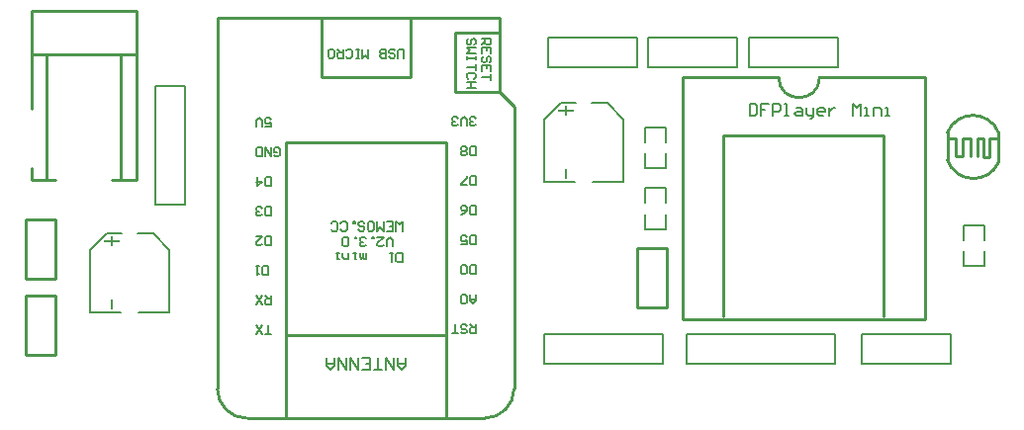
<source format=gto>
G04*
G04 #@! TF.GenerationSoftware,Altium Limited,Altium Designer,21.7.2 (23)*
G04*
G04 Layer_Color=65535*
%FSLAX25Y25*%
%MOIN*%
G70*
G04*
G04 #@! TF.SameCoordinates,6DFCDF27-08A9-4E5E-AB17-D276871F0FC1*
G04*
G04*
G04 #@! TF.FilePolarity,Positive*
G04*
G01*
G75*
%ADD10C,0.01000*%
%ADD11C,0.00600*%
%ADD12C,0.00800*%
%ADD13C,0.00799*%
G36*
X57413Y35287D02*
X56634D01*
Y38405D01*
X57413D01*
Y35287D01*
D02*
G37*
G36*
Y58543D02*
X59622D01*
Y57764D01*
X57413D01*
Y56595D01*
X56634D01*
Y57764D01*
X54425D01*
Y58543D01*
X56634D01*
Y59713D01*
X57413D01*
Y58543D01*
D02*
G37*
G36*
X210413Y102543D02*
X212622D01*
Y101764D01*
X210413D01*
Y100594D01*
X209634D01*
Y101764D01*
X207425D01*
Y102543D01*
X209634D01*
Y103713D01*
X210413D01*
Y102543D01*
D02*
G37*
G36*
Y79287D02*
X209634D01*
Y82406D01*
X210413D01*
Y79287D01*
D02*
G37*
D10*
X281610Y113500D02*
G03*
X295390Y113500I6890J0D01*
G01*
X182500Y-1500D02*
G03*
X192500Y8500I0J10000D01*
G01*
X92500D02*
G03*
X102500Y-1500I10000J-0D01*
G01*
X355770Y94723D02*
G03*
X338440Y94723I-8665J-3390D01*
G01*
Y85673D02*
G03*
X355770Y84883I8820J3008D01*
G01*
X234000Y36000D02*
Y56000D01*
X244000D01*
Y36000D02*
Y56000D01*
X234000Y36000D02*
X244000D01*
X28000Y40000D02*
X38000D01*
Y20000D02*
Y40000D01*
X28000Y20000D02*
Y40000D01*
Y20000D02*
X38000D01*
X28000Y65500D02*
X38000D01*
Y45500D02*
Y65500D01*
X28000Y45500D02*
Y65500D01*
Y45500D02*
X38000D01*
X295390Y113500D02*
X330823D01*
Y31807D02*
Y113500D01*
X249130Y31807D02*
X330823D01*
X249130D02*
Y113500D01*
X281610D01*
X262910Y32791D02*
Y93815D01*
X317043D01*
Y32791D02*
Y93815D01*
X169500Y-1500D02*
Y26500D01*
X115500Y-1500D02*
Y26500D01*
X102500Y-1500D02*
X182500D01*
X115500Y26500D02*
X169500D01*
X192500Y8680D02*
Y103680D01*
X169500Y26500D02*
Y91500D01*
X187500Y108500D02*
Y128500D01*
Y108680D02*
X192500Y103680D01*
X187500Y108680D02*
Y133680D01*
X172500Y128500D02*
X187500D01*
X172500Y108500D02*
X187500D01*
X172500D02*
Y128500D01*
X115500Y26500D02*
Y91500D01*
X169500D01*
X92500Y8680D02*
Y133680D01*
X157500Y113500D02*
Y133500D01*
X127500Y113500D02*
X157500D01*
X127500Y133500D02*
X157500D01*
X92500Y133680D02*
X187500D01*
X127500Y113500D02*
Y133500D01*
X348681Y92756D02*
X350650D01*
X352618D02*
X355768D01*
X346319Y86851D02*
Y92756D01*
X348681Y86851D02*
Y92756D01*
X355768Y84882D02*
Y94725D01*
X352618Y86457D02*
Y92756D01*
X350650Y86457D02*
Y92756D01*
Y86457D02*
X352618D01*
X343563Y92756D02*
X346319D01*
X341201Y86851D02*
X343563D01*
X338445Y92756D02*
X341201D01*
Y86851D02*
Y92756D01*
X338445Y85669D02*
Y94725D01*
X343563Y86851D02*
Y92756D01*
X57045Y79029D02*
X65217D01*
X34902D02*
Y120840D01*
X65217Y79029D02*
Y135723D01*
X60098Y79029D02*
Y120840D01*
X29784Y135723D02*
X65217Y135723D01*
X29784Y121155D02*
X65217D01*
X29784Y102710D02*
Y135723D01*
Y79029D02*
X37955D01*
X29784D02*
Y82910D01*
D11*
X351021Y58641D02*
Y63700D01*
X343800D02*
X351021D01*
X343800Y58641D02*
Y63700D01*
X351021Y49833D02*
Y54892D01*
X343800Y49833D02*
X351021D01*
X343800D02*
Y54892D01*
X236479Y62300D02*
Y67359D01*
Y62300D02*
X243700D01*
Y67359D01*
X236479Y71108D02*
Y76167D01*
X243700D01*
Y71108D02*
Y76167D01*
X236479Y82800D02*
Y87859D01*
Y82800D02*
X243700D01*
Y87859D01*
X236479Y91608D02*
Y96667D01*
X243700D01*
Y91608D02*
Y96667D01*
X218700Y104792D02*
X223795D01*
X229292Y99295D01*
Y78208D02*
Y99295D01*
X218786Y78234D02*
X229292Y78208D01*
X208200Y104790D02*
X213300Y104737D01*
X202710Y99300D02*
X208200Y104790D01*
X202710Y78210D02*
Y99300D01*
Y78210D02*
X213089Y78289D01*
X65700Y60792D02*
X70795D01*
X76292Y55295D01*
Y34208D02*
Y55295D01*
X65786Y34234D02*
X76292Y34208D01*
X55200Y60790D02*
X60300Y60737D01*
X49710Y55300D02*
X55200Y60790D01*
X49710Y34210D02*
Y55300D01*
Y34210D02*
X60089Y34289D01*
X154900Y51143D02*
Y54343D01*
X153300D01*
X152767Y53809D01*
Y51677D01*
X153300Y51143D01*
X154900D01*
X151701Y54343D02*
X150635D01*
X151168D01*
Y51143D01*
X151701Y51677D01*
X142637Y54343D02*
Y52210D01*
X142104D01*
X141571Y52743D01*
Y54343D01*
Y52743D01*
X141038Y52210D01*
X140505Y52743D01*
Y54343D01*
X139438D02*
X138372D01*
X138905D01*
Y52210D01*
X139438D01*
X136773Y54343D02*
Y52210D01*
X135173D01*
X134640Y52743D01*
Y54343D01*
X133574D02*
X132507D01*
X133040D01*
Y52210D01*
X133574D01*
X151701Y56422D02*
Y58555D01*
X150635Y59621D01*
X149568Y58555D01*
Y56422D01*
X146369Y59621D02*
X148502D01*
X146369Y57489D01*
Y56955D01*
X146903Y56422D01*
X147969D01*
X148502Y56955D01*
X145303Y59621D02*
Y59088D01*
X144770D01*
Y59621D01*
X145303D01*
X142637Y56955D02*
X142104Y56422D01*
X141038D01*
X140505Y56955D01*
Y57489D01*
X141038Y58022D01*
X141571D01*
X141038D01*
X140505Y58555D01*
Y59088D01*
X141038Y59621D01*
X142104D01*
X142637Y59088D01*
X139438Y59621D02*
Y59088D01*
X138905D01*
Y59621D01*
X139438D01*
X136773Y56955D02*
X136239Y56422D01*
X135173D01*
X134640Y56955D01*
Y59088D01*
X135173Y59621D01*
X136239D01*
X136773Y59088D01*
Y56955D01*
X154900Y61701D02*
Y64900D01*
X153834Y63834D01*
X152767Y64900D01*
Y61701D01*
X149568D02*
X151701D01*
Y64900D01*
X149568D01*
X151701Y63301D02*
X150635D01*
X148502Y64900D02*
Y61701D01*
X147436Y62767D01*
X146369Y61701D01*
Y64900D01*
X143704Y61701D02*
X144770D01*
X145303Y62234D01*
Y64367D01*
X144770Y64900D01*
X143704D01*
X143170Y64367D01*
Y62234D01*
X143704Y61701D01*
X139971Y62234D02*
X140505Y61701D01*
X141571D01*
X142104Y62234D01*
Y62767D01*
X141571Y63301D01*
X140505D01*
X139971Y63834D01*
Y64367D01*
X140505Y64900D01*
X141571D01*
X142104Y64367D01*
X138905Y64900D02*
Y64367D01*
X138372D01*
Y64900D01*
X138905D01*
X134107Y62234D02*
X134640Y61701D01*
X135706D01*
X136239Y62234D01*
Y64367D01*
X135706Y64900D01*
X134640D01*
X134107Y64367D01*
X130908Y62234D02*
X131441Y61701D01*
X132507D01*
X133040Y62234D01*
Y64367D01*
X132507Y64900D01*
X131441D01*
X130908Y64367D01*
X181639Y126400D02*
X184638D01*
Y124900D01*
X184138Y124401D01*
X183138D01*
X182639Y124900D01*
Y126400D01*
Y125400D02*
X181639Y124401D01*
X184638Y121402D02*
Y123401D01*
X181639D01*
Y121402D01*
X183138Y123401D02*
Y122401D01*
X184138Y118403D02*
X184638Y118902D01*
Y119902D01*
X184138Y120402D01*
X183638D01*
X183138Y119902D01*
Y118902D01*
X182639Y118403D01*
X182139D01*
X181639Y118902D01*
Y119902D01*
X182139Y120402D01*
X184638Y115404D02*
Y117403D01*
X181639D01*
Y115404D01*
X183138Y117403D02*
Y116403D01*
X184638Y114404D02*
Y112405D01*
Y113404D01*
X181639D01*
X179099Y124401D02*
X179599Y124900D01*
Y125900D01*
X179099Y126400D01*
X178599D01*
X178100Y125900D01*
Y124900D01*
X177600Y124401D01*
X177100D01*
X176600Y124900D01*
Y125900D01*
X177100Y126400D01*
X179599Y123401D02*
X176600D01*
X177600Y122401D01*
X176600Y121402D01*
X179599D01*
Y120402D02*
Y119402D01*
Y119902D01*
X176600D01*
Y120402D01*
Y119402D01*
X179599Y117903D02*
Y115903D01*
Y116903D01*
X176600D01*
X179099Y112904D02*
X179599Y113404D01*
Y114404D01*
X179099Y114904D01*
X177100D01*
X176600Y114404D01*
Y113404D01*
X177100Y112904D01*
X179599Y111905D02*
X176600D01*
X178100D01*
Y109905D01*
X179599D01*
X176600D01*
X155900Y18900D02*
Y16234D01*
X154567Y14901D01*
X153234Y16234D01*
Y18900D01*
Y16901D01*
X155900D01*
X151901Y18900D02*
Y14901D01*
X149235Y18900D01*
Y14901D01*
X147903D02*
X145237D01*
X146570D01*
Y18900D01*
X141238Y14901D02*
X143904D01*
Y18900D01*
X141238D01*
X143904Y16901D02*
X142571D01*
X139905Y18900D02*
Y14901D01*
X137239Y18900D01*
Y14901D01*
X135906Y18900D02*
Y14901D01*
X133241Y18900D01*
Y14901D01*
X131908Y18900D02*
Y16234D01*
X130575Y14901D01*
X129242Y16234D01*
Y18900D01*
Y16901D01*
X131908D01*
X179500Y40180D02*
Y38181D01*
X178500Y37181D01*
X177501Y38181D01*
Y40180D01*
Y38680D01*
X179500D01*
X176501Y37681D02*
X176001Y37181D01*
X175001D01*
X174502Y37681D01*
Y39680D01*
X175001Y40180D01*
X176001D01*
X176501Y39680D01*
Y37681D01*
X179500Y30180D02*
Y27181D01*
X178000D01*
X177501Y27681D01*
Y28681D01*
X178000Y29180D01*
X179500D01*
X178500D02*
X177501Y30180D01*
X174502Y27681D02*
X175001Y27181D01*
X176001D01*
X176501Y27681D01*
Y28181D01*
X176001Y28681D01*
X175001D01*
X174502Y29180D01*
Y29680D01*
X175001Y30180D01*
X176001D01*
X176501Y29680D01*
X173502Y27181D02*
X171503D01*
X172502D01*
Y30180D01*
X179500Y67181D02*
Y70180D01*
X178000D01*
X177501Y69680D01*
Y67681D01*
X178000Y67181D01*
X179500D01*
X174502D02*
X175501Y67681D01*
X176501Y68681D01*
Y69680D01*
X176001Y70180D01*
X175001D01*
X174502Y69680D01*
Y69180D01*
X175001Y68681D01*
X176501D01*
X179500Y77181D02*
Y80180D01*
X178000D01*
X177501Y79680D01*
Y77681D01*
X178000Y77181D01*
X179500D01*
X176501D02*
X174502D01*
Y77681D01*
X176501Y79680D01*
Y80180D01*
X179500Y57181D02*
Y60180D01*
X178000D01*
X177501Y59680D01*
Y57681D01*
X178000Y57181D01*
X179500D01*
X174502D02*
X176501D01*
Y58680D01*
X175501Y58181D01*
X175001D01*
X174502Y58680D01*
Y59680D01*
X175001Y60180D01*
X176001D01*
X176501Y59680D01*
X179500Y47181D02*
Y50180D01*
X178000D01*
X177501Y49680D01*
Y47681D01*
X178000Y47181D01*
X179500D01*
X176501Y47681D02*
X176001Y47181D01*
X175001D01*
X174502Y47681D01*
Y49680D01*
X175001Y50180D01*
X176001D01*
X176501Y49680D01*
Y47681D01*
X110500Y39820D02*
Y36821D01*
X109001D01*
X108501Y37321D01*
Y38320D01*
X109001Y38820D01*
X110500D01*
X109500D02*
X108501Y39820D01*
X107501Y36821D02*
X105502Y39820D01*
Y36821D02*
X107501Y39820D01*
X110500Y26821D02*
X108501D01*
X109500D01*
Y29820D01*
X107501Y26821D02*
X105502Y29820D01*
Y26821D02*
X107501Y29820D01*
X110500Y56821D02*
Y59820D01*
X109001D01*
X108501Y59320D01*
Y57321D01*
X109001Y56821D01*
X110500D01*
X105502Y59820D02*
X107501D01*
X105502Y57821D01*
Y57321D01*
X106001Y56821D01*
X107001D01*
X107501Y57321D01*
X109500Y46821D02*
Y49820D01*
X108001D01*
X107501Y49320D01*
Y47321D01*
X108001Y46821D01*
X109500D01*
X106501Y49820D02*
X105501D01*
X106001D01*
Y46821D01*
X106501Y47321D01*
X110500Y76821D02*
Y79820D01*
X109001D01*
X108501Y79320D01*
Y77321D01*
X109001Y76821D01*
X110500D01*
X106001Y79820D02*
Y76821D01*
X107501Y78320D01*
X105502D01*
X110500Y66821D02*
Y69820D01*
X109001D01*
X108501Y69320D01*
Y67321D01*
X109001Y66821D01*
X110500D01*
X107501Y67321D02*
X107001Y66821D01*
X106001D01*
X105502Y67321D01*
Y67821D01*
X106001Y68321D01*
X106501D01*
X106001D01*
X105502Y68820D01*
Y69320D01*
X106001Y69820D01*
X107001D01*
X107501Y69320D01*
X179500Y87181D02*
Y90180D01*
X178000D01*
X177501Y89680D01*
Y87681D01*
X178000Y87181D01*
X179500D01*
X176501Y87681D02*
X176001Y87181D01*
X175001D01*
X174502Y87681D01*
Y88181D01*
X175001Y88680D01*
X174502Y89180D01*
Y89680D01*
X175001Y90180D01*
X176001D01*
X176501Y89680D01*
Y89180D01*
X176001Y88680D01*
X176501Y88181D01*
Y87681D01*
X176001Y88680D02*
X175001D01*
X179500Y97681D02*
X179000Y97181D01*
X178000D01*
X177501Y97681D01*
Y98181D01*
X178000Y98681D01*
X178500D01*
X178000D01*
X177501Y99180D01*
Y99680D01*
X178000Y100180D01*
X179000D01*
X179500Y99680D01*
X176501Y97181D02*
Y99180D01*
X175501Y100180D01*
X174502Y99180D01*
Y97181D01*
X173502Y97681D02*
X173002Y97181D01*
X172002D01*
X171503Y97681D01*
Y98181D01*
X172002Y98681D01*
X172502D01*
X172002D01*
X171503Y99180D01*
Y99680D01*
X172002Y100180D01*
X173002D01*
X173502Y99680D01*
X111501Y87321D02*
X112001Y86821D01*
X113000D01*
X113500Y87321D01*
Y89320D01*
X113000Y89820D01*
X112001D01*
X111501Y89320D01*
Y88320D01*
X112500D01*
X110501Y89820D02*
Y86821D01*
X108502Y89820D01*
Y86821D01*
X107502D02*
Y89820D01*
X106002D01*
X105503Y89320D01*
Y87321D01*
X106002Y86821D01*
X107502D01*
X155400Y119901D02*
Y122400D01*
X154900Y122900D01*
X153901D01*
X153401Y122400D01*
Y119901D01*
X150402Y120401D02*
X150901Y119901D01*
X151901D01*
X152401Y120401D01*
Y120901D01*
X151901Y121400D01*
X150901D01*
X150402Y121900D01*
Y122400D01*
X150901Y122900D01*
X151901D01*
X152401Y122400D01*
X149402Y119901D02*
Y122900D01*
X147902D01*
X147403Y122400D01*
Y121900D01*
X147902Y121400D01*
X149402D01*
X147902D01*
X147403Y120901D01*
Y120401D01*
X147902Y119901D01*
X149402D01*
X143404Y122900D02*
Y119901D01*
X142404Y120901D01*
X141404Y119901D01*
Y122900D01*
X140405Y119901D02*
X139405D01*
X139905D01*
Y122900D01*
X140405D01*
X139405D01*
X135906Y120401D02*
X136406Y119901D01*
X137406D01*
X137906Y120401D01*
Y122400D01*
X137406Y122900D01*
X136406D01*
X135906Y122400D01*
X134907Y122900D02*
Y119901D01*
X133407D01*
X132907Y120401D01*
Y121400D01*
X133407Y121900D01*
X134907D01*
X133907D02*
X132907Y122900D01*
X130408Y119901D02*
X131408D01*
X131908Y120401D01*
Y122400D01*
X131408Y122900D01*
X130408D01*
X129908Y122400D01*
Y120401D01*
X130408Y119901D01*
X108501Y96821D02*
X110500D01*
Y98321D01*
X109500Y97821D01*
X109001D01*
X108501Y98321D01*
Y99320D01*
X109001Y99820D01*
X110000D01*
X110500Y99320D01*
X107501Y96821D02*
Y98820D01*
X106501Y99820D01*
X105502Y98820D01*
Y96821D01*
D12*
X204000Y117000D02*
Y127000D01*
X211500D01*
X204000Y117000D02*
X234000D01*
Y127000D01*
X237500Y117000D02*
Y127000D01*
X245000D01*
X237500Y117000D02*
X267500D01*
Y127000D01*
X271500Y117000D02*
Y127000D01*
X279000D01*
X271500Y117000D02*
X301500D01*
Y127000D01*
X309500Y17000D02*
Y27000D01*
X317000D01*
X309500Y17000D02*
X339500D01*
Y27000D01*
X300500Y17000D02*
Y27000D01*
X293000Y17000D02*
X300500D01*
X250500Y27000D02*
X300500D01*
X250500Y17000D02*
Y27000D01*
X71500Y70500D02*
X81500D01*
X71500D02*
Y78000D01*
X81500Y70500D02*
Y110500D01*
X71500D02*
X81500D01*
X202500Y17000D02*
Y27000D01*
X210000D01*
X202500Y17000D02*
X242500D01*
Y27000D01*
X271780Y104637D02*
Y100701D01*
X273748D01*
X274404Y101357D01*
Y103981D01*
X273748Y104637D01*
X271780D01*
X278340D02*
X275716D01*
Y102669D01*
X277028D01*
X275716D01*
Y100701D01*
X279651D02*
Y104637D01*
X281619D01*
X282275Y103981D01*
Y102669D01*
X281619Y102013D01*
X279651D01*
X283587Y100701D02*
X284899D01*
X284243D01*
Y104637D01*
X283587D01*
X287523Y103325D02*
X288835D01*
X289491Y102669D01*
Y100701D01*
X287523D01*
X286867Y101357D01*
X287523Y102013D01*
X289491D01*
X290803Y103325D02*
Y101357D01*
X291459Y100701D01*
X293426D01*
Y100046D01*
X292771Y99390D01*
X292115D01*
X293426Y100701D02*
Y103325D01*
X296706Y100701D02*
X295394D01*
X294738Y101357D01*
Y102669D01*
X295394Y103325D01*
X296706D01*
X297362Y102669D01*
Y102013D01*
X294738D01*
X298674Y103325D02*
Y100701D01*
Y102013D01*
X299330Y102669D01*
X299986Y103325D01*
X300642D01*
X306546Y100701D02*
Y104637D01*
X307857Y103325D01*
X309169Y104637D01*
Y100701D01*
X310481D02*
X311793D01*
X311137D01*
Y103325D01*
X310481D01*
X313761Y100701D02*
Y103325D01*
X315729D01*
X316385Y102669D01*
Y100701D01*
X317697D02*
X319009D01*
X318353D01*
Y103325D01*
X317697D01*
D13*
X211500Y127000D02*
X234000D01*
X245000D02*
X267500D01*
X279000D02*
X301500D01*
X317000Y27000D02*
X339500D01*
X250500Y17000D02*
X293000D01*
X71500Y78000D02*
Y110500D01*
X210000Y27000D02*
X242500D01*
M02*

</source>
